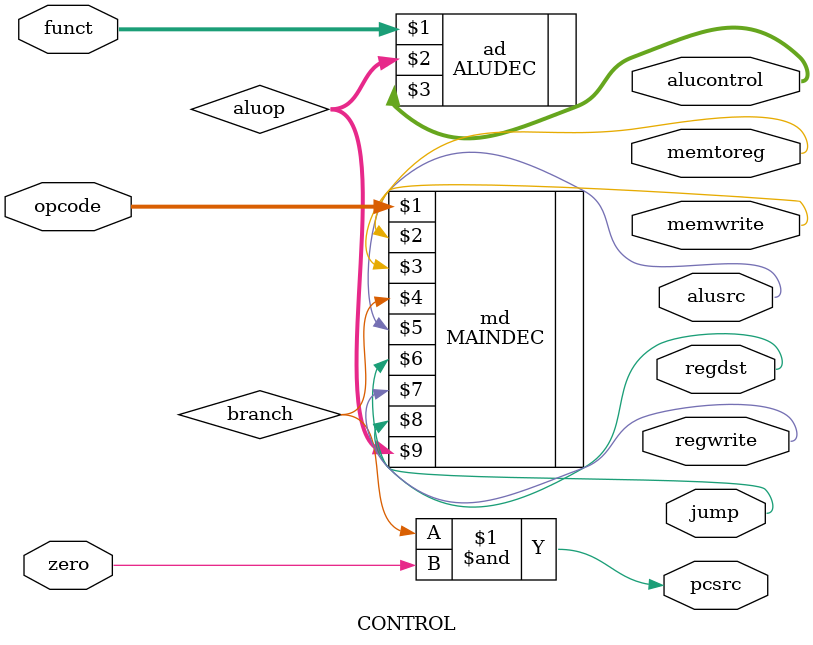
<source format=v>
`timescale 1ns / 1ps

module CONTROL
(
    input [5:0] opcode,
    input [5:0] funct,
    input zero,
    output memtoreg, memwrite,
    output pcsrc, alusrc,
    output regdst, regwrite,
    output jump,
    output [2:0] alucontrol
);

    wire [1:0] aluop;
    wire branch;
    
    MAINDEC md(opcode, memtoreg, memwrite, branch, alusrc, regdst, regwrite, jump, aluop);
    ALUDEC ad(funct, aluop, alucontrol);
    
    assign pcsrc = branch & zero;
endmodule

</source>
